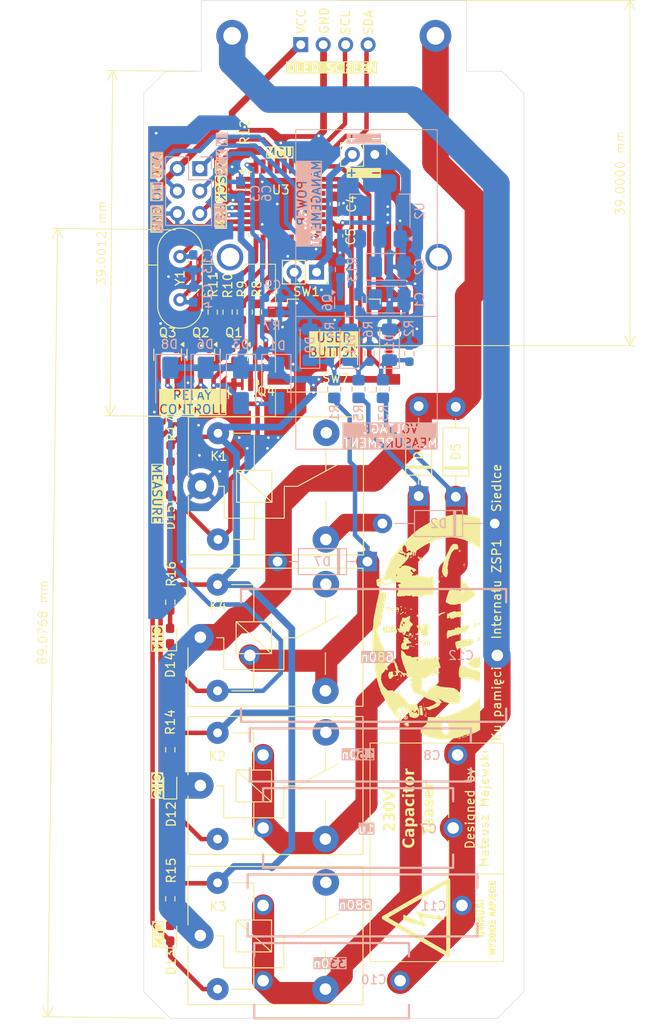
<source format=kicad_pcb>
(kicad_pcb (version 20240108) (generator "pcbnew") (generator_version "8.0")
  (layers (0 "F.Cu" signal) (31 "B.Cu" signal) (34 "B.Paste" user) (35 "F.Paste" user) (36 "B.SilkS" user "B.Silkscreen") (37 "F.SilkS" user "F.Silkscreen") (38 "B.Mask" user) (39 "F.Mask" user) (44 "Edge.Cuts" user))
  (net 0 "")
  (net 1 "Net-(Q6-S)")
  (net 2 "GND")
  (net 3 "VCC")
  (net 4 "Net-(U3-AREF)")
  (net 5 "Net-(D2-K)")
  (net 6 "/CH3_230")
  (net 7 "/CH2_230")
  (net 8 "/CH1_230")
  (net 9 "Net-(U3-XTAL1{slash}PB6)")
  (net 10 "Net-(U3-XTAL2{slash}PB7)")
  (net 11 "Net-(D1-A)")
  (net 12 "Net-(D2-A)")
  (net 13 "Net-(D12-K)")
  (net 14 "Net-(D4-A)")
  (net 15 "Net-(D13-K)")
  (net 16 "Net-(D14-K)")
  (net 17 "/CH1_MEASURE")
  (net 18 "/CH2_MEASURE")
  (net 19 "/CH3_MEASURE")
  (net 20 "Net-(D12-A)")
  (net 21 "Net-(D13-A)")
  (net 22 "Net-(D14-A)")
  (net 23 "Net-(D15-A)")
  (net 24 "/RESET")
  (net 25 "/SCK")
  (net 26 "/MISO")
  (net 27 "/MOSI")
  (net 28 "/SDA")
  (net 29 "/SCL")
  (net 30 "Net-(J4-Pin_2)")
  (net 35 "Net-(Q1-B)")
  (net 36 "Net-(Q2-B)")
  (net 37 "Net-(Q3-B)")
  (net 38 "Net-(Q4-B)")
  (net 39 "Net-(Q6-G)")
  (net 40 "Net-(Q6-D)")
  (net 41 "Net-(U3-PD2)")
  (net 42 "/MEASURE_EN")
  (net 43 "/CH3")
  (net 44 "/CH2")
  (net 45 "/CH1")
  (footprint "Package_TO_SOT_SMD:SOT-23" (layer "F.Cu") (at 123.7 83.5375 -90)
    (property "Reference" "Q3")
    (property "Value" "MMBTA44")
  )
  (footprint "Connector_PinHeader_2.54mm:PinHeader_1x02_P2.54mm_Vertical" (layer "F.Cu") (at 147.14 60.9 -90)
    (property "Reference" "J4" (hide yes))
    (property "Value" "battery")
  )
  (footprint "Capacitor_SMD:C_0603_1608Metric_Pad1.08x0.95mm_HandSolder" (layer "F.Cu") (at 142.6 66.5 -90)
    (property "Reference" "C4")
    (property "Value" "100n")
  )
  (footprint "Resistor_SMD:R_0603_1608Metric_Pad0.98x0.95mm_HandSolder" (layer "F.Cu") (at 130.48 78.7125 90)
    (property "Reference" "R10")
    (property "Value" "510R")
  )
  (footprint "Resistor_SMD:R_0603_1608Metric_Pad0.98x0.95mm_HandSolder" (layer "F.Cu") (at 131 58.4 -90)
    (property "Reference" "R12")
    (property "Value" "10k")
  )
  (footprint "Teaser:AC_plug" (layer "F.Cu") (at 154 47.5 180)
    (property "Reference" "J2" (hide yes))
    (property "Value" "AC_Plug")
  )
  (footprint "LOGO" (layer "F.Cu") (at 151.9 116 180)
    (property "Reference" "G***" (hide yes))
    (property "Value" "LOGO" (hide yes))
  )
  (footprint "Package_QFP:TQFP-32_7x7mm_P0.8mm" (layer "F.Cu") (at 136.5 66.5)
    (property "Reference" "U3")
    (property "Value" "ATmega328P-A")
  )
  (footprint "Relay_THT:Relay_SPDT_SANYOU_SRD_Series_Form_C" (layer "F.Cu") (at 127.45 98.35)
    (property "Reference" "K1")
    (property "Value" "~")
  )
  (footprint "Resistor_SMD:R_0603_1608Metric_Pad0.98x0.95mm_HandSolder" (layer "F.Cu") (at 133.8 78.7 90)
    (property "Reference" "R8")
    (property "Value" "510R")
  )
  (footprint "Relay_THT:Relay_SPDT_SANYOU_SRD_Series_Form_C" (layer "F.Cu") (at 127.4 132.2)
    (property "Reference" "K2")
    (property "Value" "~")
  )
  (footprint "Resistor_SMD:R_0603_1608Metric_Pad0.98x0.95mm_HandSolder" (layer "F.Cu") (at 124.03 94.6875 -90)
    (property "Reference" "R17")
    (property "Value" "1k")
  )
  (footprint "Capacitor_SMD:C_0603_1608Metric_Pad1.08x0.95mm_HandSolder" (layer "F.Cu") (at 143 70.1 90)
    (property "Reference" "C5")
    (property "Value" "100n")
  )
  (footprint "LED_SMD:LED_0603_1608Metric_Pad1.05x0.95mm_HandSolder" (layer "F.Cu") (at 123.98 115.3125 90)
    (property "Reference" "D14")
    (property "Value" "LED")
  )
  (footprint "Package_TO_SOT_SMD:SOT-23" (layer "F.Cu") (at 131.2 83.5375 -90)
    (property "Reference" "Q1")
    (property "Value" "MMBTA44")
  )
  (footprint "Relay_THT:Relay_SPDT_SANYOU_SRD_Series_Form_C" (layer "F.Cu") (at 127.4 115.45)
    (property "Reference" "K4")
    (property "Value" "~")
  )
  (footprint "MountingHole:MountingHole_3.2mm_M3_DIN965" (layer "F.Cu") (at 160 55)
    (property "Reference" "H2" (hide yes))
    (property "Value" "MountingHole")
  )
  (footprint "Package_TO_SOT_SMD:SOT-23" (layer "F.Cu") (at 132.15 87.8375 -90)
    (property "Reference" "Q4")
    (property "Value" "MMBTA44")
  )
  (footprint "Connector_PinSocket_2.54mm:PinSocket_1x02_P2.54mm_Vertical" (layer "F.Cu") (at 140.55 74.2 -90)
    (property "Reference" "SW1")
    (property "Value" "Włancznik")
  )
  (footprint "Relay_THT:Relay_SPDT_SANYOU_SRD_Series_Form_C" (layer "F.Cu") (at 127.4 149.15)
    (property "Reference" "K3")
    (property "Value" "~")
  )
  (footprint "LED_SMD:LED_0603_1608Metric_Pad1.05x0.95mm_HandSolder" (layer "F.Cu") (at 124 98.5 90)
    (property "Reference" "D15")
    (property "Value" "LED")
  )
  (footprint "Resistor_SMD:R_0603_1608Metric_Pad0.98x0.95mm_HandSolder" (layer "F.Cu") (at 128.8 78.7125 90)
    (property "Reference" "R11")
    (property "Value" "510R")
  )
  (footprint "Package_TO_SOT_SMD:SOT-23" (layer "F.Cu") (at 127.45 83.5375 -90)
    (property "Reference" "Q2")
    (property "Value" "MMBTA44")
  )
  (footprint "LED_SMD:LED_0603_1608Metric_Pad1.05x0.95mm_HandSolder" (layer "F.Cu") (at 124 132.0625 90)
    (property "Reference" "D12")
    (property "Value" "LED")
  )
  (footprint "Crystal:Crystal_HC49-U_Vertical" (layer "F.Cu") (at 125.1 77.32 90)
    (property "Reference" "Y1")
    (property "Value" "16kHz")
  )
  (footprint "Teaser:OLED_screen" (layer "F.Cu") (at 138.76 48.5)
    (property "Reference" "J3" (hide yes))
    (property "Value" "OLED")
  )
  (footprint "Diode_THT:D_DO-41_SOD81_P10.16mm_Horizontal" (layer "F.Cu") (at 152.1 99.5 90)
    (property "Reference" "D4")
    (property "Value" "1N4007")
  )
  (footprint "MountingHole:MountingHole_3.2mm_M3_DIN965" (layer "F.Cu") (at 160 154.5)
    (property "Reference" "H3" (hide yes))
    (property "Value" "MountingHole")
  )
  (footprint "LOGO" (layer "F.Cu") (at 154.7 147.2 90)
    (property "Reference" "G***" (hide yes))
    (property "Value" "LOGO" (hide yes))
  )
  (footprint "Resistor_SMD:R_0603_1608Metric_Pad0.98x0.95mm_HandSolder" (layer "F.Cu") (at 124 111.5 -90)
    (property "Reference" "R16")
    (property "Value" "1k")
  )
  (footprint "MountingHole:MountingHole_3.2mm_M3_DIN965" (layer "F.Cu") (at 125 55)
    (property "Reference" "H1" (hide yes))
    (property "Value" "MountingHole")
  )
  (footprint "Resistor_SMD:R_0603_1608Metric_Pad0.98x0.95mm_HandSolder" (layer "F.Cu") (at 124 145 -90)
    (property "Reference" "R15")
    (property "Value" "1k")
  )
  (footprint "Resistor_SMD:R_0603_1608Metric_Pad0.98x0.95mm_HandSolder" (layer "F.Cu") (at 132.1 78.7 90)
    (property "Reference" "R9")
    (property "Value" "510R")
  )
  (footprint "Button_Switch_SMD:SW_MEC_5GSH9" (layer "F.Cu") (at 142.5 82.5 90)
    (property "Reference" "SW7")
    (property "Value" "SW_Push")
  )
  (footprint "LED_SMD:LED_0603_1608Metric_Pad1.05x0.95mm_HandSolder" (layer "F.Cu") (at 123.99 148.8875 90)
    (property "Reference" "D13")
    (property "Value" "LED")
  )
  (footprint "Resistor_SMD:R_0603_1608Metric_Pad0.98x0.95mm_HandSolder" (layer "F.Cu") (at 124 128.15 -90)
    (property "Reference" "R14")
    (property "Value" "1k")
  )
  (footprint "Diode_THT:D_DO-41_SOD81_P10.16mm_Horizontal" (layer "F.Cu") (at 156.3 99.58 90)
    (property "Reference" "D5")
    (property "Value" "1N4007")
  )
  (footprint "Resistor_SMD:R_0805_2012Metric_Pad1.20x1.40mm_HandSolder" (layer "B.Cu") (at 148.05 87.4 90)
    (property "Reference" "R3")
    (property "Value" "1M")
  )
  (footprint "Resistor_SMD:R_0603_1608Metric_Pad0.98x0.95mm_HandSolder" (layer "B.Cu") (at 135.5125 78.8)
    (property "Reference" "R7")
    (property "Value" "10k")
  )
  (footprint "Package_TO_SOT_SMD:SOT-23" (layer "B.Cu") (at 144.15 77.6375 -90)
    (property "Reference" "Q6")
    (property "Value" "AO3401A")
  )
  (footprint "Capacitor_SMD:C_0603_1608Metric_Pad1.08x0.95mm_HandSolder" (layer "B.Cu") (at 126.6 76.7325 -90)
    (property "Reference" "C14")
    (property "Value" "30p")
  )
  (footprint "Diode_SMD:D_SMA" (layer "B.Cu") (at 132 87 -90)
    (property "Reference" "D3")
    (property "Value" "SMA")
  )
  (footprint "Connector_PinHeader_2.54mm:PinHeader_2x03_P2.54mm_Vertical" (layer "B.Cu") (at 127.34 62.5 180)
    (property "Reference" "J1" (hide yes))
    (property "Value" "Programator")
  )
  (footprint "Teaser:C_330n_szar" (layer "B.Cu") (at 150 154.25 180)
    (property "Reference" "C10")
    (property "Value" "330n")
  )
  (footprint "Diode_SMD:D_SMA" (layer "B.Cu") (at 124 87 -90)
    (property "Reference" "D8")
    (property "Value" "SMA")
  )
  (footprint "Diode_THT:D_DO-41_SOD81_P12.70mm_Horizontal" (layer "B.Cu") (at 160.7 102.6 180)
    (property "Reference" "D2")
    (property "Value" "1N4007")
  )
  (footprint "Teaser:C_680n_bia" (layer "B.Cu") (at 157 145.75 180)
    (property "Reference" "C11")
    (property "Value" "680n")
  )
  (footprint "Diode_SMD:D_SMA" (layer "B.Cu") (at 136 87 -90)
    (property "Reference" "D1")
    (property "Value" "SMA")
  )
  (footprint "Resistor_SMD:R_0805_2012Metric_Pad1.20x1.40mm_HandSolder" (layer "B.Cu") (at 145.3 87.4 90)
    (property "Reference" "R5")
    (property "Value" "1M")
  )
  (footprint "Capacitor_SMD:C_0603_1608Metric_Pad1.08x0.95mm_HandSolder" (layer "B.Cu") (at 132 64.8625 -90)
    (property "Reference" "C3")
    (property "Value" "100n")
  )
  (footprint "Teaser:C_1u_nieb" (layer "B.Cu") (at 156 137 180)
    (property "Reference" "C7")
    (property "Value" "1u")
  )
  (footprint "Capacitor_SMD:C_0603_1608Metric_Pad1.08x0.95mm_HandSolder" (layer "B.Cu") (at 126.6 73.1075 90)
    (property "Reference" "C13" (hide yes))
    (property "Value" "30p")
  )
  (footprint "Teaser:C_680n_nieb" (layer "B.Cu") (at 161 117.5 180)
    (property "Reference" "C12")
    (property "Value" "680n")
  )
  (footprint "Capacitor_SMD:C_0603_1608Metric_Pad1.08x0.95mm_HandSolder" (layer "B.Cu") (at 130.1 64.8625 -90)
    (property "Reference" "C6")
    (property "Value" "100n")
  )
  (footprint "Diode_SMD:D_SMA" (layer "B.Cu") (at 128 87 -90)
    (property "Reference" "D6")
    (property "Value" "SMA")
  )
  (footprint "Diode_SMD:D_MiniMELF" (layer "B.Cu") (at 139.8 82.4 90)
    (property "Reference" "D9")
    (property "Value" "1N4733A (5.1V)")
  )
  (footprint "Resistor_SMD:R_0603_1608Metric_Pad0.98x0.95mm_HandSolder" (layer "B.Cu") (at 142.05 83.4 90)
    (property "Reference" "R4")
    (property "Value" "10k")
  )
  (footprint "Capacitor_SMD:C_0603_1608Metric_Pad1.08x0.95mm_HandSolder" (layer "B.Cu") (at 135.5125 77.1 180)
    (property "Reference" "C9")
    (property "Value" "100n")
  )
  (footprint "Resistor_SMD:R_0805_2012Metric_Pad1.20x1.40mm_HandSolder" (layer "B.Cu") (at 142.55 87.4 90)
    (property "Reference" "R1")
    (property "Value" "1M")
  )
  (footprint "Capacitor_Tantalum_SMD:CP_EIA-3528-12_Kemet-T_Pad1.50x2.35mm_HandSolder" (layer "B.Cu") (at 148.825 77.3)
    (property "Reference" "C1")
    (property "Value" "10u")
  )
  (footprint "Diode_SMD:D_MiniMELF" (layer "B.Cu") (at 148.8 82.4 90)
    (property "Reference" "D10")
    (property "Value" "1N4733A (5.1V)")
  )
  (footprint "Teaser:C_150n_bia" (layer "B.Cu") (at 156.5 128.75 180)
    (property "Reference" "C8")
    (property "Value" "150n")
  )
  (footprint "Diode_SMD:D_MiniMELF" (layer "B.Cu") (at 144.3 82.4 90)
    (property "Reference" "D11")
    (property "Value" "1N4733A (5.1V)")
  )
  (footprint "Resistor_SMD:R_0603_1608Metric_Pad0.98x0.95mm_HandSolder" (layer "B.Cu") (at 151.05 83.4 90)
    (property "Reference" "R2")
    (property "Value" "10k")
  )
  (footprint "Package_TO_SOT_SMD:SOT-223-3_TabPin2" (layer "B.Cu") (at 147.71 67.2875 90)
    (property "Reference" "U2")
    (property "Value" "LM1117MP-5.0")
  )
  (footprint "Resistor_SMD:R_0603_1608Metric_Pad0.98x0.95mm_HandSolder" (layer "B.Cu") (at 143.2 73.8875 90)
    (property "Reference" "R13")
    (property "Value" "10k")
  )
  (footprint "Diode_THT:D_DO-41_SOD81_P10.16mm_Horizontal" (layer "B.Cu") (at 146.3 106.9 180)
    (property "Reference" "D7")
    (property "Value" "1N4007")
  )
  (footprint "Capacitor_Tantalum_SMD:CP_EIA-3528-12_Kemet-T_Pad1.50x2.35mm_HandSolder" (layer "B.Cu") (at 148.825 73.6)
    (property "Reference" "C2")
    (property "Value" "10u")
  )
  (footprint "Resistor_SMD:R_0603_1608Metric_Pad0.98x0.95mm_HandSolder" (layer "B.Cu") (at 146.55 83.4 90)
    (property "Reference" "R6")
    (property "Value" "10k")
  )
  (gr_rect (start 138.2 79.2) (end 154.2 94.2) (stroke (width 0.1)) (fill none) (layer "B.SilkS"))
  (gr_rect (start 138.2 58.1) (end 154.2 79.2) (stroke (width 0.1)) (fill none) (layer "B.SilkS"))
  (gr_line (start 161.7 142.2) (end 146.6 142.2) (stroke (width 0.1)) (layer "F.SilkS"))
  (gr_line (start 155.5 129.7) (end 155.5 135.8) (stroke (width 0.1)) (layer "F.SilkS"))
  (gr_line (start 121.3 90.5) (end 135.9 90.5) (stroke (width 0.1)) (layer "F.SilkS"))
  (gr_line (start 121.3 73.4) (end 122.6 73.4) (stroke (width 0.1)) (layer "F.SilkS"))
  (gr_line (start 132.2 73.3) (end 135.9 73.3) (stroke (width 0.1)) (layer "F.SilkS"))
  (gr_rect (start 146.6 127.4) (end 161.7 152.1) (stroke (width 0.1)) (fill none) (layer "F.SilkS"))
  (gr_line (start 135.9 79.5) (end 135.9 85.5) (stroke (width 0.1)) (layer "F.SilkS"))
  (gr_line (start 127.9 73.3) (end 127.7 73.3) (stroke (width 0.1)) (layer "F.SilkS"))
  (gr_line (start 122.3 73.4) (end 121.3 73.4) (stroke (width 0.1)) (layer "F.SilkS"))
  (gr_line (start 127.9 73.3) (end 129.2 73.3) (stroke (width 0.1)) (layer "F.SilkS"))
  (gr_line (start 135.9 87.1) (end 135.9 90.5) (stroke (width 0.1)) (layer "F.SilkS"))
  (gr_line (start 155.5 138.4) (end 155.5 142.2) (stroke (width 0.1)) (layer "F.SilkS"))
  (gr_line (start 135.9 73.3) (end 135.9 77.9) (stroke (width 0.1)) (layer "F.SilkS"))
  (gr_line (start 157.5 43.5) (end 157.5 51.5) (stroke (width 0.05)) (layer "Edge.Cuts"))
  (gr_line (start 127.5 43.5) (end 127.5 51.5) (stroke (width 0.05)) (layer "Edge.Cuts"))
  (gr_line (start 161.5 51.5) (end 164 54) (stroke (width 0.05)) (layer "Edge.Cuts"))
  (gr_line (start 127.5 51.5) (end 123.5 51.5) (stroke (width 0.05)) (layer "Edge.Cuts"))
  (gr_line (start 164 155.5) (end 164 54) (stroke (width 0.05)) (layer "Edge.Cuts"))
  (gr_line (start 124 158.5) (end 121 155.5) (stroke (width 0.05)) (layer "Edge.Cuts"))
  (gr_line (start 121 147.5) (end 121 54) (stroke (width 0.05)) (layer "Edge.Cuts"))
  (gr_line (start 123.5 51.5) (end 121 54) (stroke (width 0.05)) (layer "Edge.Cuts"))
  (gr_line (start 157.5 51.5) (end 161.5 51.5) (stroke (width 0.05)) (layer "Edge.Cuts"))
  (gr_line (start 161 158.5) (end 164 155.5) (stroke (width 0.05)) (layer "Edge.Cuts"))
  (gr_line (start 121 147.5) (end 121 155.5) (stroke (width 0.05)) (layer "Edge.Cuts"))
  (gr_line (start 124 158.5) (end 161 158.5) (stroke (width 0.05)) (layer "Edge.Cuts"))
  (gr_line (start 127.5 43.5) (end 157.5 43.5) (stroke (width 0.05)) (layer "Edge.Cuts"))
  (gr_text "RST" (at 129 69.3 -90) (layer "B.SilkS" knockout) (effects (font (size 1 1)) (justify left bottom mirror)))
  (gr_text "VOLTAGE\nMEASUREMENT" (at 148.9 94.1 0) (layer "B.SilkS" knockout) (effects (font (size 1 1)) (justify bottom mirror)))
  (gr_text "GND" (at 121.9 69.75 -90) (layer "B.SilkS" knockout) (effects (font (size 1 1)) (justify left bottom mirror)))
  (gr_text "+  -" (at 143.8 58.6 180) (layer "B.SilkS" knockout) (effects (font (size 1 1)) (justify left bottom mirror)))
  (gr_text "1u" (at 147.2 137.7 0) (layer "B.SilkS" knockout) (effects (font (size 1 1)) (justify left bottom mirror)))
  (gr_text "MI" (at 129.2 60.1 -90) (layer "B.SilkS" knockout) (effects (font (size 1 1)) (justify left bottom mirror)))
  (gr_text "680n" (at 146.9 146.3 0) (layer "B.SilkS" knockout) (effects (font (size 1 1)) (justify left bottom mirror)))
  (gr_text "330n" (at 144 152.9 0) (layer "B.SilkS" knockout) (effects (font (size 1 1)) (justify left bottom mirror)))
  (gr_text "C13" (at 128.8 71.4 90) (layer "B.SilkS") (effects (font (size 1 1)) (justify left bottom mirror)))
  (gr_text "POWER\nMANAGEMENT" (at 141.1 66.4 90) (layer "B.SilkS" knockout) (effects (font (size 1 1)) (justify bottom mirror)))
  (gr_text "680n" (at 149.4 118.3 0) (layer "B.SilkS" knockout) (effects (font (size 1 1)) (justify left bottom mirror)))
  (gr_text "150n" (at 147.2 129.3 0) (layer "B.SilkS" knockout) (effects (font (size 1 1)) (justify left bottom mirror)))
  (gr_text "VCC" (at 121.9 63.55 -90) (layer "B.SilkS" knockout) (effects (font (size 1 1)) (justify left bottom mirror)))
  (gr_text "MO" (at 121.9 66.3 -90) (layer "B.SilkS" knockout) (effects (font (size 1 1)) (justify left bottom mirror)))
  (gr_text "SCK" (at 129.2 63.4 -90) (layer "B.SilkS" knockout) (effects (font (size 1 1)) (justify left bottom mirror)))
  (gr_text "Ku pamięci    Internatu ZSP1    Siedlce" (at 161.5 127.3 90) (layer "F.SilkS") (effects (font (size 1 1)) (justify left bottom)))
  (gr_text "SCL" (at 144.4 47.5 90) (layer "F.SilkS") (effects (font (size 1 1)) (justify left bottom)))
  (gr_text "SDA" (at 147 47.5 90) (layer "F.SilkS") (effects (font (size 1 1)) (justify left bottom)))
  (gr_text "GND" (at 121.8 66.6 -90) (layer "F.SilkS" knockout) (effects (font (size 1 1)) (justify left bottom)))
  (gr_text "RELAY\nCONTROLL" (at 126.5 90.3 0) (layer "F.SilkS" knockout) (effects (font (size 1 1)) (justify bottom)))
  (gr_text "MO" (at 121.8 63.9 -90) (layer "F.SilkS" knockout) (effects (font (size 1 1)) (justify left bottom)))
  (gr_text "USER\nBUTTON" (at 142.5 83.8 0) (layer "F.SilkS" knockout) (effects (font (size 1 1)) (justify bottom)))
  (gr_text "+  -" (at 143.8 63.5 0) (layer "F.SilkS" knockout) (effects (font (size 1 1)) (justify left bottom)))
  (gr_text "OLED SCREEN" (at 137 51.7 0) (layer "F.SilkS" knockout) (effects (font (size 1 1)) (justify left bottom)))
  (gr_text "RST" (at 129.1 66.4 -90) (layer "F.SilkS" knockout) (effects (font (size 1 1)) (justify left bottom)))
  (gr_text "CH1" (at 121.9 114 -90) (layer "F.SilkS" knockout) (effects (font (size 1 1)) (justify left bottom)))
  (gr_text "230V \nCapacitor\nTeaser" (at 154 134.8 90) (layer "F.SilkS") (effects (font (size 1.3 1.2) (thickness 0.2) (bold yes)) (justify bottom)))
  (gr_text "MI" (at 129.1 61.4 -90) (layer "F.SilkS" knockout) (effects (font (size 1 1)) (justify left bottom)))
  (gr_text "MCU" (at 134.7 61.3 0) (layer "F.SilkS" knockout) (effects (font (size 1 1)) (justify left bottom)))
  (gr_text "CH3" (at 121.9 130.6 270) (layer "F.SilkS" knockout) (effects (font (size 1 1)) (justify left bottom)))
  (gr_text "SCK" (at 129.1 63.2 -90) (layer "F.SilkS" knockout) (effects (font (size 1 1)) (justify left bottom)))
  (gr_text "VCC" (at 121.8 60.7 -90) (layer "F.SilkS" knockout) (effects (font (size 1 1)) (justify left bottom)))
  (gr_text "Designed by\nMateusz Majewski" (at 160.1 134.8 90) (layer "F.SilkS") (effects (font (size 1 1)) (justify bottom)))
  (gr_text "VCC" (at 139.4 47.4 90) (layer "F.SilkS") (effects (font (size 1 1)) (justify left bottom)))
  (gr_text "GND" (at 142 47.4 90) (layer "F.SilkS") (effects (font (size 1 1)) (justify left bottom)))
  (gr_text "CH2" (at 122 147.4 270) (layer "F.SilkS" knockout) (effects (font (size 1 1)) (justify left bottom)))
  (gr_text "MEASURE" (at 121.9 95.7 270) (layer "F.SilkS" knockout) (effects (font (size 1 1)) (justify left bottom)))
  (dimension (type aligned) (layer "F.SilkS") (pts (xy 124 158.5) (xy 125.1 69.43)) (height -13.855803) (gr_text "89.0768 mm" (at 109.595338 113.780312 89.29244242) (layer "F.SilkS") (effects (font (size 1 1) (thickness 0.1)))) (format (prefix "") (suffix "") (units 3) (units_format 1) (precision 4)) (style (thickness 0.1) (arrow_length 1.27) (text_position_mode 0) (extension_height 0.58642) (extension_offset 0.5) keep_text_aligned))
  (dimension (type aligned) (layer "F.SilkS") (pts (xy 127.5 51.5) (xy 127.2 90.5)) (height 10.021761) (gr_text "39.0012 mm" (at 116.228568 70.914451 89.55927193) (layer "F.SilkS") (effects (font (size 1 1) (thickness 0.1)))) (format (prefix "") (suffix "") (units 3) (units_format 1) (precision 4)) (style (thickness 0.1) (arrow_length 1.27) (text_position_mode 0) (extension_height 0.58642) (extension_offset 0.5) keep_text_aligned))
  (dimension (type aligned) (layer "F.SilkS") (pts (xy 142.5 82.5) (xy 142.5 43.5)) (height 33.5) (gr_text "39.0000 mm" (at 174.9 63 90) (layer "F.SilkS") (effects (font (size 1 1) (thickness 0.1)))) (format (prefix "") (suffix "") (units 3) (units_format 1) (precision 4)) (style (thickness 0.1) (arrow_length 1.27) (text_position_mode 0) (extension_height 0.58642) (extension_offset 0.5) keep_text_aligned))
  (segment (start 145.41 76.59) (end 145.3 76.7) (width 0.762) (layer "B.Cu") (net 1))
  (segment (start 145.41 70.4375) (end 145.41 76.59) (width 0.762) (layer "B.Cu") (net 1))
  (segment (start 146.12 77.3) (end 147.45 77.3) (width 0.762) (layer "B.Cu") (net 1))
  (segment (start 145.41 76.59) (end 146.12 77.3) (width 0.762) (layer "B.Cu") (net 1))
  (segment (start 145.3 76.7) (end 145.9 77.3) (width 0.762) (layer "B.Cu") (net 1))
  (segment (start 145.9 77.3) (end 147.45 77.3) (width 0.762) (layer "B.Cu") (net 1))
  (segment (start 130.4 64.6) (end 130.4 64.633) (width 0.508) (layer "F.Cu") (net 2))
  (segment (start 142.1375 66.1) (end 140.75 66.1) (width 0.508) (layer "F.Cu") (net 2))
  (segment (start 130.4 64.633) (end 130.996 65.229) (width 0.508) (layer "F.Cu") (net 2))
  (segment (start 143.6 66.4) (end 143.3625 66.4) (width 0.508) (layer "F.Cu") (net 2))
  (segment (start 143.3625 66.4) (end 142.6 65.6375) (width 0.508) (layer "F.Cu") (net 2))
  (segment (start 141.34 58.26) (end 140.8 58.8) (width 0.762) (layer "F.Cu") (net 2))
  (segment (start 140.75 66.1) (end 138.8 66.1) (width 0.508) (layer "F.Cu") (net 2))
  (segment (start 132.25 65.3) (end 134.6 65.3) (width 0.508) (layer "F.Cu") (net 2))
  (segment (start 130.996 65.229) (end 132.179 65.229) (width 0.508) (layer "F.Cu") (net 2))
  (segment (start 126.6 82.5) (end 126.5 82.6) (width 0.508) (layer "F.Cu") (net 2))
  (segment (start 131.1 82.6) (end 130.25 82.6) (width 0.508) (layer "F.Cu") (net 2))
  (segment (start 132.25 66.9) (end 134.6 66.9) (width 0.508) (layer "F.Cu") (net 2))
  (segment (start 141.34 48.375) (end 141.34 58.26) (width 0.762) (layer "F.Cu") (net 2))
  (segment (start 134.6 66.9) (end 134.7 67) (width 0.508) (layer "F.Cu") (net 2))
  (segment (start 132.179 65.229) (end 132.25 65.3) (width 0.508) (layer "F.Cu") (net 2))
  (segment (start 127.5 82.5) (end 126.6 82.5) (width 0.508) (layer "F.Cu") (net 2))
  (segment (start 142.6 65.6375) (end 142.1375 66.1) (width 0.508) (layer "F.Cu") (net 2))
  (segment (start 131 66.9) (end 132.25 66.9) (width 0.508) (layer "F.Cu") (net 2))
  (via (at 131 62.3) (size 0.6) (drill 0.3) (layers "F.Cu" "B.Cu") (net 2))
  (via (at 129.6 95) (size 0.6) (drill 0.3) (layers "F.Cu" "B.Cu") (net 2))
  (via (at 127.6 78.5) (size 0.6) (drill 0.3) (layers "F.Cu" "B.Cu") (net 2))
  (via (at 143.6 66.4) (size 0.6) (drill 0.3) (layers "F.Cu" "B.Cu") (net 2))
  (via (at 137.3 72.4) (size 0.6) (drill 0.3) (layers "F.Cu" "B.Cu") (net 2))
  (via (at 125.3 106.9) (size 0.6) (drill 0.3) (layers "F.Cu" "B.Cu") (net 2))
  (via (at 131.1 82.6) (size 0.6) (drill 0.3) (layers "F.Cu" "B.Cu") (net 2))
  (via (at 137.9 84.6) (size 0.6) (drill 0.3) (layers "F.Cu" "B.Cu") (net 2))
  (via (at 136.1 66.5) (size 0.6) (drill 0.3) (layers "F.Cu" "B.Cu") (net 2))
  (via (at 142.6 79.6) (size 0.6) (drill 0.3) (layers "F.Cu" "B.Cu") (net 2))
  (via (at 143.2 72) (size 0.6) (drill 0.3) (layers "F.Cu" "B.Cu") (net 2))
  (via (at 129.6 96.7) (size 0.6) (drill 0.3) (layers "F.Cu" "B.Cu") (net 2))
  (via (at 124.2 108.7) (size 0.6) (drill 0.3) (layers "F.Cu" "B.Cu") (net 2))
  (via (at 122.4 58.5) (size 0.6) (drill 0.3) (layers "F.Cu" "B.Cu") (net 2))
  (via (at 151.9 80.6) (size 0.6) (drill 0.3) (layers "F.Cu" "B.Cu") (net 2))
  (via (at 135 94.1) (size 0.6) (drill 0.3) (layers "F.Cu" "B.Cu") (net 2))
  (via (at 150 68.4) (size 0.6) (drill 0.3) (layers "F.Cu" "B.Cu") (net 2))
  (via (at 138.3 77.7) (size 0.6) (drill 0.3) (layers "F.Cu" "B.Cu") (net 2))
  (via (at 140.5 71.6) (size 0.6) (drill 0.3) (layers "F.Cu" "B.Cu") (net 2))
  (via (at 136.7 80.4) (size 0.6) (drill 0.3) (layers "F.Cu" "B.Cu") (net 2))
  (via (at 135.1 92.9) (size 0.6) (drill 0.3) (layers "F.Cu" "B.Cu") (net 2))
  (via (at 122.2 90) (size 0.6) (drill 0.3) (layers "F.Cu" "B.Cu") (net 2))
  (via (at 127.2 91.5) (size 0.6) (drill 0.3) (layers "F.Cu" "B.Cu") (net 2))
  (via (at 131.8 92.9) (size 0.6) (drill 0.3) (layers "F.Cu" "B.Cu") (net 2))
  (via (at 129.2 74.4) (size 0.6) (drill 0.3) (layers "F.Cu" "B.Cu") (net 2))
  (via (at 132.7 94.1) (size 0.6) (drill 0.3) (layers "F.Cu" "B.Cu") (net 2))
  (via (at 141.1 76.2) (size 0.6) (drill 0.3) (layers "F.Cu" "B.Cu") (net 2))
  (via (at 148.8 77.3) (size 0.6) (drill 0.3) (layers "F.Cu" "B.Cu") (net 2))
  (via (at 127.3 94.9) (size 0.6) (drill 0.3) (layers "F.Cu" "B.Cu") (net 2))
  (via (at 125.8 83.8) (size 0.6) (drill 0.3) (layers "F.Cu" "B.Cu") (net 2))
  (via (at 134.4 68.8) (size 0.6) (drill 0.3) (layers "F.Cu" "B.Cu") (net 2))
  (via (at 127.5 82.5) (size 0.6) (drill 0.3) (layers "F.Cu" "B.Cu") (net 2))
  (via (at 136.2 92.9) (size 0.6) (drill 0.3) (layers "F.Cu" "B.Cu") (net 2))
  (via (at 134.4 64) (size 0.6) (drill 0.3) (layers "F.Cu" "B.Cu") (net 2))
  (via (at 132.4 57.8) (size 0.6) (drill 0.3) (layers "F.Cu" "B.Cu") (net 2))
  (via (at 122.9 80) (size 0.6) (drill 0.3) (layers "F.Cu" "B.Cu") (net 2))
  (via (at 126 86.7) (size 0.6) (drill 0.3) (layers "F.Cu" "B.Cu") (net 2))
  (via (at 140.8 58.8) (size 0.6) (drill 0.3) (layers "F.Cu" "B.Cu") (net 2))
  (via (at 123.8 74.7) (size 0.6) (drill 0.3) (layers "F.Cu" "B.Cu") (net 2))
  (via (at 136.5 59.6) (size 0.6) (drill 0.3) (layers "F.Cu" "B.Cu") (net 2))
  (via (at 151.7 75.5) (size 0.6) (drill 0.3) (layers "F.Cu" "B.Cu") (net 2))
  (via (at 131 66.9) (size 0.6) (drill 0.3) (layers "F.Cu" "B.Cu") (net 2))
  (segment (start 150.3 78) (end 150.7 78.4) (width 0.762) (layer "B.Cu") (net 2))
  (segment (start 148.8 80.65) (end 149.2125 80.65) (width 0.762) (layer "B.Cu") (net 2))
  (segment (start 130.354 66.946) (end 129.9 67.4) (width 0.508) (layer "B.Cu") (net 2))
  (segment (start 150.3 75.5) (end 150.3 78) (width 0.762) (layer "B.Cu") (net 2))
  (segment (start 139.8 80.65) (end 140.2125 80.65) (width 0.762) (layer "B.Cu") (net 2))
  (segment (start 150.01 70.4375) (end 150.3 70.7275) (width 0.762) (layer "B.Cu") (net 2))
  (segment (start 150.3 70.7275) (end 150.3 75.5) (width 0.762) (layer "B.Cu") (net 2))
  (segment (start 130.954 66.946) (end 130.354 66.946) (width 0.508) (layer "B.Cu") (net 2))
  (segment (start 144.3 80.65) (end 144.7125 80.65) (width 0.762) (layer "B.Cu") (net 2))
  (segment (start 148.8 80.3) (end 148.8 80.65) (width 0.762) (layer "B.Cu") (net 2))
  (segment (start 131 66.9) (end 130.954 66.946) (width 0.508) (layer "B.Cu") (net 2))
  (segment (start 131 56.175) (end 138.8 48.375) (width 0.762) (layer "F.Cu") (net 3))
  (segment (start 123 64.24) (end 124.74 62.5) (width 0.762) (layer "F.Cu") (net 3))
  (segment (start 130.587682 66.046) (end 129.8 66.833682) (width 0.508) (layer "F.Cu") (net 3))
  (segment (start 131.266318 66.1) (end 132.25 66.1) (width 0.508) (layer "F.Cu") (net 3))
  (segment (start 148.6 66.8) (end 148.6 68.6) (width 0.762) (layer "F.Cu") (net 3))
  (segment (start 148.6 74.2) (end 150.6 76.2) (width 0.762) (layer "F.Cu") (net 3))
  (segment (start 130.666318 67.7) (end 132.25 67.7) (width 0.508) (layer "F.Cu") (net 3))
  (segment (start 150.6 79.7) (end 148.75 81.55) (width 0.762) (layer "F.Cu") (net 3))
  (segment (start 124.0125 127.2375) (end 125 126.25) (width 0.508) (layer "F.Cu") (net 3))
  (segment (start 131.212318 66.046) (end 131.266318 66.1) (width 0.508) (layer "F.Cu") (net 3))
  (segment (start 131 57.4875) (end 131 56.175) (width 0.762) (layer "F.Cu") (net 3))
  (segment (start 130.133159 67.733159) (end 129.8 67.4) (width 0.508) (layer "F.Cu") (net 3))
  (segment (start 124.03 93.775) (end 125.005 92.8) (width 0.508) (layer "F.Cu") (net 3))
  (segment (start 140.8 86.358096) (end 140.2 86.958096) (width 0.762) (layer "F.Cu") (net 3))
  (segment (start 125 126.25) (end 129.35 126.25) (width 0.508) (layer "F.Cu") (net 3))
  (segment (start 124 110.5875) (end 125.0875 109.5) (width 0.508) (layer "F.Cu") (net 3))
  (segment (start 142.2625 68.5) (end 143 69.2375) (width 0.508) (layer "F.Cu") (net 3))
  (segment (start 148.75 81.55) (end 148.75 86.31) (width 0.762) (layer "F.Cu") (net 3))
  (segment (start 129.06 68.14) (end 128.06 69.14) (width 0.762) (layer "F.Cu") (net 3))
  (segment (start 123 67.94) (end 123 64.24) (width 0.762) (layer "F.Cu") (net 3))
  (segment (start 130.633159 67.733159) (end 130.133159 67.733159) (width 0.508) (layer "F.Cu") (net 3))
  (segment (start 140.2 86.958096) (end 140.2 87.8) (width 0.762) (layer "F.Cu") (net 3))
  (segment (start 129.3 143.25) (end 129.35 143.2) (width 0.508) (layer "F.Cu") (net 3))
  (segment (start 143 69.2375) (end 143.5 68.7375) (width 0.508) (layer "F.Cu") (net 3))
  (segment (start 140.8 86.31) (end 148.75 86.31) (width 0.762) (layer "F.Cu") (net 3))
  (segment (start 124 144.0875) (end 124.8375 143.25) (width 0.508) (layer "F.Cu") (net 3))
  (segment (start 130.633159 67.733159) (end 130.666318 67.7) (width 0.508) (layer "F.Cu") (net 3))
  (segment (start 131.096 66.046) (end 131.212318 66.046) (width 0.508) (layer "F.Cu") (net 3))
  (segment (start 125.0875 109.5) (end 129.35 109.5) (width 0.508) (layer "F.Cu") (net 3))
  (segment (start 124.74 62.5) (end 124.8 62.5) (width 0.762) (layer "F.Cu") (net 3))
  (segment (start 140.75 68.5) (end 142.2625 68.5) (width 0.508) (layer "F.Cu") (net 3))
  (segment (start 129.3 92.8) (end 129.4 92.7) (width 0.508) (layer "F.Cu") (net 3))
  (segment (start 124.8 62.5) (end 129.8125 57.4875) (width 0.762) (layer "F.Cu") (net 3))
  (segment (start 129.8 67.4) (end 129.06 68.14) (width 0.762) (layer "F.Cu") (net 3))
  (segment (start 129.8 66.833682) (end 129.8 67.4) (width 0.508) (layer "F.Cu") (net 3))
  (segment (start 124 127.2375) (end 124.0125 127.2375) (width 0.508) (layer "F.Cu") (net 3))
  (segment (start 148.6 68.6) (end 148.6 74.2) (width 0.762) (layer "F.Cu") (net 3))
  (segment (start 131.096 66.046) (end 130.587682 66.046) (width 0.508) (layer "F.Cu") (net 3))
  (segment (start 128.06 69.14) (end 124.2 69.14) (width 0.762) (layer "F.Cu") (net 3))
  (segment (start 124.8375 143.25) (end 129.3 143.25) (width 0.508) (layer "F.Cu") (net 3))
  (segment (start 140.8 86.31) (end 140.8 86.358096) (width 0.762) (layer "F.Cu") (net 3))
  (segment (start 124.2 69.14) (end 123 67.94) (width 0.762) (layer "F.Cu") (net 3))
  (segment (start 150.6 76.2) (end 150.6 79.7) (width 0.762) (layer "F.Cu") (net 3))
  (segment (start 143.5 68.7375) (end 143.5 68.6) (width 0.508) (layer "F.Cu") (net 3))
  (segment (start 125.005 92.8) (end 129.3 92.8) (width 0.508) (layer "F.Cu") (net 3))
  (segment (start 129.8125 57.4875) (end 131 57.4875) (width 0.762) (layer "F.Cu") (net 3))
  (via (at 148.6 67.7) (size 0.6) (drill 0.3) (layers "F.Cu" "B.Cu") (net 3))
  (via (at 148.6 66.8) (size 0.6) (drill 0.3) (layers "F.Cu" "B.Cu") (net 3))
  (via (at 131.096 66.046) (size 0.6) (drill 0.3) (layers "F.Cu" "B.Cu") (net 3))
  (via (at 140.2 87.8) (size 0.6) (drill 0.3) (layers "F.Cu" "B.Cu") (net 3))
  (via (at 130.633159 67.733159) (size 0.6) (drill 0.3) (layers "F.Cu" "B.Cu") (net 3))
  (via (at 148.6 68.6) (size 0.6) (drill 0.3) (layers "F.Cu" "B.Cu") (net 3))
  (via (at 143.5 68.6) (size 0.6) (drill 0.3) (layers "F.Cu" "B.Cu") (net 3))
  (via (at 140.8 86.31) (size 0.6) (drill 0.3) (layers "F.Cu" "B.Cu") (net 3))
  (via (at 140.2 86.958096) (size 0.6) (drill 0.3) (layers "F.Cu" "B.Cu") (net 3))
  (segment (start 137.75 126.25) (end 137.75 114.5) (width 0.762) (layer "B.Cu") (net 3))
  (segment (start 131.5 94.7) (end 131.5 107.3) (width 0.762) (layer "B.Cu") (net 3))
  (segment (start 137.75 139.25) (end 137.75 126.25) (width 0.762) (layer "B.Cu") (net 3))
  (segment (start 132 67.6) (end 132 66.1625) (width 0.508) (layer "B.Cu") (net 3))
  (segment (start 131.5 107.3) (end 129.3 109.5) (width 0.762) (layer "B.Cu") (net 3))
  (segment (start 129.5 92.7) (end 129.4 92.7) (width 0.762) (layer "B.Cu") (net 3))
  (segment (start 135.5 141.35) (end 131.5 141.35) (width 0.762) (layer "B.Cu") (net 3))
  (segment (start 130.1 91.7) (end 129.4 92.4) (width 0.762) (layer "B.Cu") (net 3))
  (segment (start 131.2 141.35) (end 129.35 143.2) (width 0.762) (layer "B.Cu") (net 3))
  (segment (start 130.2 65.9625) (end 130.1 65.8625) (width 0.508) (layer "B.Cu") (net 3))
  (segment (start 132.75 109.5) (end 129.35 109.5) (width 0.762) (layer "B.Cu") (net 3))
  (segment (start 140.2 86.958096) (end 140.2 86.81) (width 0.762) (layer "B.Cu") (net 3))
  (segment (start 140.2 87.9) (end 136.4 91.7) (width 0.762) (layer "B.Cu") (net 3))
  (segment (start 143.5 68.6) (end 147.6 68.6) (width 0.508) (layer "B.Cu") (net 3))
  (segment (start 129.35 126.25) (end 131.6 124) (width 0.762) (layer "B.Cu") (net 3))
  (segment (start 133.2 71.7) (end 132 70.5) (width 0.762) (layer "B.Cu") (net 3))
  (segment (start 132 83.4) (end 133.2 82.2) (width 0.762) (layer "B.Cu") (net 3))
  (segment (start 140.8 86.31) (end 139.7 86.31) (width 0.762) (layer "B.Cu") (net 3))
  (segment (start 137.75 124) (end 137.75 126.25) (width 0.762) (layer "B.Cu") (net 3))
  (segment (start 135.5 141.5) (end 137.75 139.25) (width 0.762) (layer "B.Cu") (net 3))
  (segment (start 130.9 94.1) (end 129.5 92.7) (width 0.762) (layer "B.Cu") (net 3))
  (segment (start 139.7 86.31) (end 137.31 86.31) (width 0.762) (layer "B.Cu") (net 3))
  (segment (start 124 85) (end 136 85) (width 0.762) (layer "B.Cu") (net 3))
  (segment (start 130.1 65.725) (end 132 65.725) (width 0.762) (layer "B.Cu") (net 3))
  (segment (start 147.2 73.6) (end 147.5 73.3) (width 0.762) (layer "B.Cu") (net 3))
  (segment (start 129.3 109.5) (end 132.75 109.5) (width 0.762) (layer "B.Cu") (net 3))
  (segment (start 133.2 85) (end 136 85) (width 0.762) (layer "B.Cu") (net 3))
  (segment (start 133.2 82.2) (end 133.2 71.7) (width 0.762) (layer "B.Cu") (net 3))
  (segment (start 147.6 68.6) (end 147.71 68.71) (width 0.508) (layer "B.Cu") (net 3))
  (segment (start 147.71 68.71) (end 147.71 70.4375) (width 0.508) (layer "B.Cu") (net 3))
  (segment (start 137.75 114.5) (end 132.75 109.5) (width 0.762) (layer "B.Cu") (net 3))
  (segment (start 137.31 86.31) (end 136 85) (width 0.762) (layer "B.Cu") (net 3))
  (segment (start 130.9 94.1) (end 131.5 94.7) (width 0.762) (layer "B.Cu") (net 3))
  (segment (start 131.866841 67.733159) (end 132 67.6) (width 0.508) (layer "B.Cu") (net 3))
  (segment (start 136.4 91.7) (end 130.1 91.7) (width 0.762) (layer "B.Cu") (net 3))
  (segment (start 132 85) (end 136 85) (width 0.762) (layer "B.Cu") (net 3))
  (segment (start 131.5 141.35) (end 131.2 141.35) (width 0.762) (layer "B.Cu") (net 3))
  (segment (start 147.5 73.3) (end 147.5 70.6475) (width 0.762) (layer "B.Cu") (net 3))
  (segment (start 132 85) (end 132 83.4) (width 0.762) (layer "B.Cu") (net 3))
  (segment (start 147.5 70.6475) (end 147.71 70.4375) (width 0.762) (layer "B.Cu") (net 3))
  (segment (start 147.7 64.1475) (end 147.71 64.1375) (width 0.762) (layer "B.Cu") (net 3))
  (segment (start 132 70.5) (end 132 65.9625) (width 0.762) (layer "B.Cu") (net 3))
  (segment (start 140.2 86.81) (end 139.7 86.31) (width 0.762) (layer "B.Cu") (net 3))
  (segment (start 140.2 87.8) (end 140.2 87.9) (width 0.762) (layer "B.Cu") (net 3))
  (segment (start 130.633159 67.733159) (end 131.866841 67.733159) (width 0.508) (layer "B.Cu") (net 3))
  (segment (start 131.6 124) (end 137.75 124) (width 0.762) (layer "B.Cu") (net 3))
  (segment (start 142.6 67.3625) (end 142.1375 66.9) (width 0.508) (layer "F.Cu") (net 4))
  (segment (start 142.1375 66.9) (end 140.75 66.9) (width 0.508) (layer "F.Cu") (net 4))
  (segment (start 161 124) (end 156.5 128.5) (width 3) (layer "F.Cu") (net 5))
  (segment (start 157 138) (end 156 137) (width 3) (layer "F.Cu") (net 5))
  (segment (start 157 136) (end 157 128.5) (width 3) (layer "F.Cu") (net 5))
  (segment (start 157 145.5) (end 157 138) (width 3) (layer "F.Cu") (net 5))
  (segment (start 157 128.5) (end 157 145.5) (width 3) (layer "F.Cu") (net 5))
  (segment (start 156.75 128.75) (end 157 128.5) (width 3) (layer "F.Cu") (net 5))
  (segment (start 150 154.25) (end 157 147.25) (width 3) (layer "F.Cu") (net 5))
  (segment (start 156.5 128.5) (end 156.5 128.75) (width 3) (layer "F.Cu") (net 5))
  (segment (start 156.5 128.75) (end 156.75 128.75) (width 3) (layer "F.Cu") (net 5))
  (segment (start 161 117.5) (end 161 124) (width 3) (layer "F.Cu") (net 5))
  (segment (start 157 147.25) (end 157 145.5) (width 3) (layer "F.Cu") (net 5))
  (segment (start 156 137) (end 157 136) (width 3) (layer "F.Cu") (net 5))
  (segment (start 161 117.5) (end 160.9 117.4) (width 3) (layer "B.Cu") (net 5))
  (segment (start 135.2 54.7) (end 131 50.5) (width 3) (layer "B.Cu") (net 5))
  (segment (start 160.9 117.4) (end 160.9 64.2) (width 3) (layer "B.Cu") (net 5))
  (segment (start 160.9 116.6) (end 160.9 117.4) (width 2) (layer "B.Cu") (net 5))
  (segment (start 151.4 54.7) (end 135.2 54.7) (width 3) (layer "B.Cu") (net 5))
  (segment (start 160.9 64.2) (end 151.4 54.7) (width 3) (layer "B.Cu") (net 5))
  (segment (start 131 50.5) (end 131 47.5) (width 3) (layer "B.Cu") (net 5))
  (segment (start 136.7 138.7) (end 134.5 136.5) (width 2.5) (layer "F.Cu") (net 6))
  (segment (start 152.1 99.5) (end 152.1 105.1) (width 2.5) (layer "F.Cu") (net 6))
  (segment (start 150.8 106.4) (end 150.8 118.3) (width 2.5) (layer "F.Cu") (net 6))
  (segment (start 134.5 136.5) (end 134.5 128.75) (width 2.5) (layer "F.Cu") (net 6))
  (segment (start 150.8 118.3) (end 146.2 122.9) (width 2.5) (layer "F.Cu") (net 6))
  (segment (start 146.2 134.3) (end 141.8 138.7) (width 2.5) (layer "F.Cu") (net 6))
  (segment (start 146.2 122.9) (end 146.2 134.3) (width 2.5) (layer "F.Cu") (net 6))
  (segment (start 152.1 105.1) (end 150.8 106.4) (width 2.5) (layer "F.Cu") (net 6))
  (segment (start 141.8 138.7) (end 136.7 138.7) (width 2.5) (layer "F.Cu") (net 6))
  (segment (start 152.1 97.9) (end 152.1 99.5) (width 0.508) (layer "B.Cu") (net 6))
  (segment (start 145.25 88.05) (end 146.4 89.2) (width 0.508) (layer "B.Cu") (net 6))
  (segment (start 145.35 88.6) (end 145.3 88.65) (width 0.508) (layer "B.Cu") (net 6))
  (segment (start 146.4 92.2) (end 152.1 97.9) (width 0.508) (layer "B.Cu") (net 6))
  (segment (start 146.4 89.2) (end 146.4 92.2) (width 0.508) (layer "B.Cu") (net 6))
  (segment (start 143.4 153.7) (end 143.4 152.5) (width 2.5) (layer "F.Cu") (net 7))
  (segment (start 143.4 152.5) (end 151.2 144.7) (width 2.5) (layer "F.Cu") (net 7))
  (segment (start 134.5 154.25) (end 135.9 155.65) (width 2.5) (layer "F.Cu") (net 7))
  (segment (start 151.2 144.7) (end 151.2 125.5) (width 2.5) (layer "F.Cu") (net 7))
  (segment (start 155.6 108) (end 156.4 107.2) (width 2.5) (layer "F.Cu") (net 7))
  (segment (start 156.4 99.68) (end 156.3 99.58) (width 2.5) (layer "F.Cu") (net 7))
  (segment (start 155.6 121.1) (end 155.6 108) (width 2.5) (layer "F.Cu") (net 7))
  (segment (start 135.9 155.65) (end 141.45 155.65) (width 2.5) (layer "F.Cu") (net 7))
  (segment (start 134.5 145.75) (end 134.5 154.25) (width 2.5) (layer "F.Cu") (net 7))
  (segment (start 151.2 125.5) (end 155.6 121.1) (width 2.5) (layer "F.Cu") (net 7))
  (segment (start 141.45 155.65) (end 143.4 153.7) (width 2.5) (layer "F.Cu") (net 7))
  (segment (start 156.4 107.2) (end 156.4 99.68) (width 2.5) (layer "F.Cu") (net 7))
  (segment (start 148.4 88.75) (end 148.4 91.5) (width 0.508) (layer "B.Cu") (net 7))
  (segment (start 156.3 99.4) (end 156.3 99.58) (width 0.508) (layer "B.Cu") (net 7))
  (segment (start 148.4 91.5) (end 156.3 99.4) (width 0.508) (layer "B.Cu") (net 7))
  (segment (start 148.05 88.4) (end 148.4 88.75) (width 0.508) (layer "B.Cu") (net 7))
  (segment (start 141.65 118.05) (end 143.2 116.5) (width 2.5) (layer "F.Cu") (net 8))
  (segment (start 146.4 113.3) (end 143.2 116.5) (width 2.5) (layer "F.Cu") (net 8))
  (segment (start 133.6 118.1) (end 133 117.5) (width 2.5) (layer "F.Cu") (net 8))
  (segment (start 141.65 121.4) (end 141.65 118.05) (width 2.5) (layer "F.Cu") (net 8))
  (segment (start 143.2 116.5) (end 141.6 118.1) (width 2.5) (layer "F.Cu") (net 8))
  (segment (start 141.55 121.5) (end 141.65 121.4) (width 2.5) (layer "F.Cu") (net 8))
  (segment (start 141.6 118.1) (end 133.6 118.1) (width 2.5) (layer "F.Cu") (net 8))
  (segment (start 146.3 106.9) (end 146.4 107) (width 2.5) (layer "F.Cu") (net 8))
  (segment (start 146.4 107) (end 146.4 113.3) (width 2.5) (layer "F.Cu") (net 8))
  (segment (start 144.3 95.6) (end 144.9 96.2) (width 0.508) (layer "B.Cu") (net 8))
  (segment (start 144.9 103.9) (end 146.3 105.3) (width 0.508) (layer "B.Cu") (net 8))
  (segment (start 142.55 88.75) (end 144.3 90.5) (width 0.508) (layer "B.Cu") (net 8))
  (segment (start 142.55 88.4) (end 142.55 88.75) (width 0.508) (layer "B.Cu") (net 8))
  (segment (start 146.3 105.3) (end 146.3 106.9) (width 0.508) (layer "B.Cu") (net 8))
  (segment (start 144.9 96.2) (end 144.9 103.9) (width 0.508) (layer "B.Cu") (net 8))
  (segment (start 144.3 90.5) (end 144.3 95.6) (width 0.508) (layer "B.Cu") (net 8))
  (segment (start 132.25 68.5) (end 130.3 68.5) (width 0.508) (layer "F.Cu") (net 9))
  (segment (start 128.6 70.2) (end 127.34 70.2) (width 0.508) (layer "F.Cu") (net 9))
  (segment (start 130.3 68.5) (end 128.6 70.2) (width 0.508) (layer "F.Cu") (net 9))
  (segment (start 127.34 70.2) (end 125.1 72.44) (width 0.508) (layer "F.Cu") (net 9))
  (segment (start 124.61 72.43) (end 124.6 72.44) (width 0.508) (layer "F.Cu") (net 9))
  (segment (start 124.6 72.44) (end 126.405 72.44) (width 0.508) (layer "B.Cu") (net 9))
  (segment (start 126.405 72.44) (end 126.6 72.245) (width 0.508) (layer "B.Cu") (net 9))
  (segment (start 132.25 69.3) (end 130.7 69.3) (width 0.508) (layer "F.Cu") (net 10))
  (segment (start 127.21 72.79) (end 127.21 75.21) (width 0.508) (layer "F.Cu") (net 10))
  (segment (start 127.21 75.21) (end 125.1 77.32) (width 0.508) (layer "F.Cu") (net 10))
  (segment (start 130.7 69.3) (end 127.21 72.79) (width 0.508) (layer "F.Cu") (net 10))
  (segment (start 126.6 77.595) (end 124.875 77.595) (width 0.508) (layer "B.Cu") (net 10))
  (segment (start 133.875 94.525) (end 130.8 97.6) (width 0.508) (layer "F.Cu") (net 11))
  (segment (start 124.075 99.375) (end 124 99.375) (width 0.508) (layer "F.Cu") (net 11))
  (segment (start 133.875 89.075) (end 133.875 94.525) (width 0.508) (layer "F.Cu") (net 11))
  (segment (start 130.8 97.6) (end 130.8 103.3) (width 0.508) (layer "F.Cu") (net 11))
  (segment (start 130.8 103.3) (end 129.4 104.7) (width 0.508) (layer "F.Cu") (net 11))
  (segment (start 133.875 89.075) (end 132.15 89.075) (width 0.508) (layer "F.Cu") (net 11))
  (segment (start 129.4 104.7) (end 124.075 99.375) (width 0.508) (layer "F.Cu") (net 11))
  (via (at 133.875 89.075) (size 0.6) (drill 0.3) (layers "F.Cu" "B.Cu") (net 11))
  (segment (start 135.925 89.075) (end 136 89) (width 0.508) (layer "B.Cu") (net 11))
  (segment (start 133.875 89.075) (end 135.925 89.075) (width 0.508) (layer "B.Cu") (net 11))
  (segment (start 143.8 102.5) (end 141.6 104.7) (width 2) (layer "F.Cu") (net 12))
  (segment (start 148.05 102.5) (end 143.8 102.5) (width 2) (layer "F.Cu") (net 12))
  (segment (start 122.9 131.8375) (end 124 132.9375) (width 0.508) (layer "F.Cu") (net 13))
  (segment (start 128.9 87.7) (end 125.2 91.4) (width 0.508) (layer "F.Cu") (net 13))
  (segment (start 127.5 138.25) (end 129.35 138.25) (width 0.508) (layer "F.Cu") (net 13))
  (segment (start 124.4 91.4) (end 122.9 92.9) (width 0.508) (layer "F.Cu") (net 13))
  (segment (start 124 132.9375) (end 124 134.75) (width 0.508) (layer "F.Cu") (net 13))
  (segment (start 128.9 87) (end 128.9 87.7) (width 0.508) (layer "F.Cu") (net 13))
  (segment (start 122.9 92.9) (end 122.9 131.8375) (width 0.508) (layer "F.Cu") (net 13))
  (segment (start 128.9 87) (end 128.9 86.2) (width 0.508) (layer "F.Cu") (net 13))
  (segment (start 125.2 91.4) (end 124.4 91.4) (width 0.508) (layer "F.Cu") (net 13))
  (segment (start 124 134.75) (end 127.5 138.25) (width 0.508) (layer "F.Cu") (net 13))
  (segment (start 130.375 84.725) (end 131.2 84.725) (width 0.508) (layer "F.Cu") (net 13))
  (segment (start 128.9 86.2) (end 130.375 84.725) (width 0.508) (layer "F.Cu") (net 13))
  (via (at 128.9 87) (size 0.6) (drill 0.3) (layers "F.Cu" "B.Cu") (net 13))
  (segment (start 132 88.7) (end 132 89) (width 0.508) (layer "B.Cu") (net 13))
  (segment (start 128.9 87) (end 130.3 87) (width 0.508) (layer "B.Cu") (net 13))
  (segment (start 130.3 87) (end 132 88.7) (width 0.508) (layer "B.Cu") (net 13))
  (segment (start 147 97.5) (end 152.1 92.4) (width 3) (layer "F.Cu") (net 14))
  (segment (start 136.25 100.35) (end 139.1 97.5) (width 3) (layer "F.Cu") (net 14))
  (segment (start 139.1 97.5) (end 147 97.5) (width 3) (layer "F.Cu") (net 14))
  (segment (start 157.7 88.02) (end 157.7 76.9) (width 3) (layer "F.Cu") (net 14))
  (segment (start 158.8 75.8) (end 158.8 66.6) (width 3) (layer "F.Cu") (net 14))
  (segment (start 156.3 89.42) (end 157.7 88.02) (width 3) (layer "F.Cu") (net 14))
  (segment (start 131.5 113.5) (end 132.5 113.5) (width 3) (layer "F.Cu") (net 14))
  (segment (start 152.1 89.34) (end 156.22 89.34) (width 3) (layer "F.Cu") (net 14))
  (segment (start 158.8 66.6) (end 154 61.8) (width 3) (layer "F.Cu") (net 14))
  (segment (start 127.4 115.45) (end 129.55 115.45) (width 3) (layer "F.Cu") (net 14))
  (segment (start 132.5 113.5) (end 136.25 109.75) (width 3) (layer "F.Cu") (net 14))
  (segment (start 136.25 109.75) (end 136.25 100.35) (width 3) (layer "F.Cu") (net 14))
  (segment (start 157.7 76.9) (end 158.8 75.8) (width 3) (layer "F.Cu") (net 14))
  (segment (start 129.55 115.45) (end 131.5 113.5) (width 3) (layer "F.Cu") (net 14))
  (segment (start 154 61.8) (end 154 47.5) (width 3) (layer "F.Cu") (net 14))
  (segment (start 152.1 92.4) (end 152.1 89.34) (width 3) (layer "F.Cu") (net 14))
  (segment (start 124.2 145.95) (end 124.2 132.25) (width 3) (layer "B.Cu") (net 14))
  (segment (start 127.4 132.2) (end 124.25 132.2) (width 3) (layer "B.Cu") (net 14))
  (segment (start 124.2 132.25) (end 124.2 118.65) (width 3) (layer "B.Cu") (net 14))
  (segment (start 124.25 132.2) (end 124.2 132.25) (width 3) (layer "B.Cu") (net 14))
  (segment (start 124.2 118.65) (end 127.4 115.45) (width 3) (layer "B.Cu") (net 14))
  (segment (start 127.4 149.15) (end 124.2 145.95) (width 3) (layer "B.Cu") (net 14))
  (segment (start 123.99 151.49) (end 127.7 155.2) (width 0.508) (layer "F.Cu") (net 15))
  (segment (start 122 92.4) (end 122 147.7725) (width 0.508) (layer "F.Cu") (net 15))
  (segment (start 127.45 86.95) (end 122 92.4) (width 0.508) (layer "F.Cu") (net 15))
  (segment (start 127.7 155.2) (end 129.35 155.2) (width 0.508) (layer "F.Cu") (net 15))
  (segment (start 122 147.7725) (end 123.99 149.7625) (width 0.508) (layer "F.Cu") (net 15))
  (segment (start 123.99 149.7625) (end 123.99 151.49) (width 0.508) (layer "F.Cu") (net 15))
  (segment (start 127.45 86.95) (end 127.45 84.725) (width 0.508) (layer "F.Cu") (net 15))
  (via (at 127.45 86.95) (size 0.6) (drill 0.3) (layers "F.Cu" "B.Cu") (net 15))
  (segment (start 127.55 86.95) (end 128 87.4) (width 0.508) (layer "B.Cu") (net 15))
  (segment (start 127.45 86.95) (end 127.55 86.95) (width 0.508) (layer "B.Cu") (net 15))
  (segment (start 128 87.4) (end 128 89) (width 0.508) (layer "B.Cu") (net 15))
  (segment (start 129.35 121.5) (end 129.2925 121.5) (width 0.762) (layer "F.Cu") (net 16))
  (segment (start 127 121.5) (end 123.98 118.48) (width 0.508) (layer "F.Cu") (net 16))
  (segment (start 129.35 121.5) (end 127 121.5) (width 0.508) (layer "F.Cu") (net 16))
  (segment (start 123.7 87) (end 123.7 84.725) (width 0.508) (layer "F.Cu") (net 16))
  (segment (start 123.98 118.48) (end 123.98 116.1875) (width 0.508) (layer "F.Cu") (net 16))
  (via (at 123.7 87) (size 0.6) (drill 0.3) (layers "F.Cu" "B.Cu") (net 16))
  (segment (start 123.7 87) (end 124 87.3) (width 0.508) (layer "B.Cu") (net 16))
  (segment (start 132.45 111.75) (end 136.5 115.8) (width 0.508) (layer "B.Cu") (net 16))
  (segment (start 136.5 119.5) (end 134.5 121.5) (width 0.508) (layer "B.Cu") (net 16))
  (segment (start 128.5 111.75) (end 132.45 111.75) (width 0.508) (layer "B.Cu") (net 16))
  (segment (start 134.5 121.5) (end 129.35 121.5) (width 0.508) (layer "B.Cu") (net 16))
  (segment (start 136.5 115.8) (end 136.5 119.5) (width 0.508) (layer "B.Cu") (net 16))
  (segment (start 124 107.25) (end 128.5 111.75) (width 0.508) (layer "B.Cu") (net 16))
  (segment (start 124 87.3) (end 124 107.25) (width 0.508) (layer "B.Cu") (net 16))
  (segment (start 124 87.3) (end 124 89) (width 0.508) (layer "B.Cu") (net 16))
  (segment (start 144.5 65.9) (end 143.1 64.5) (width 0.508) (layer "F.Cu") (net 17))
  (segment (start 144.5 83.1) (end 144.5 65.9) (width 0.508) (layer "F.Cu") (net 17))
  (segment (start 142.5 85.1) (end 144.5 83.1) (width 0.508) (layer "F.Cu") (net 17))
  (segment (start 143.1 64.5) (end 140.75 64.5) (width 0.508) (layer "F.Cu") (net 17))
  (via (at 142.5 85.1) (size 0.6) (drill 0.3) (layers "F.Cu" "B.Cu") (net 17))
  (segment (start 142.55 86.4) (end 142.55 85.0625) (width 0.508) (layer "B.Cu") (net 17))
  (segment (start 142.05 84.3125) (end 139.9625 84.3125) (width 0.508) (layer "B.Cu") (net 17))
  (segment (start 142.55 85.0625) (end 141.8 84.3125) (width 0.508) (layer "B.Cu") (net 17))
  (segment (start 139.7125 84.3125) (end 139.55 84.15) (width 0.508) (layer "B.Cu") (net 17))
  (segment (start 146.5 65.5) (end 143.25 62.25) (width 0.508) (layer "F.Cu") (net 18))
  (segment (start 147.85 84.95) (end 146.5 83.6) (width 0.508) (layer "F.Cu") (net 18))
  (segment (start 143.25 62.25) (end 139.3 62.25) (width 0.508) (layer "F.Cu") (net 18))
  (segment (start 146.5 83.6) (end 146.5 65.5) (width 0.508) (layer "F.Cu") (net 18))
  (via (at 147.85 84.95) (size 0.6) (drill 0.3) (layers "F.Cu" "B.Cu") (net 18))
  (segment (start 147.85 84.85) (end 148.55 84.15) (width 0.508) (layer "B.Cu") (net 18))
  (segment (start 147.85 86.2) (end 147.85 84.85) (width 0.508) (layer "B.Cu") (net 18))
  (segment (start 148.8 84.15) (end 150.8875 84.15) (width 0.508) (layer "B.Cu") (net 18))
  (segment (start 148.05 86.4) (end 147.85 86.2) (width 0.508) (layer "B.Cu") (net 18))
  (segment (start 150.6375 84.15) (end 150.8 84.3125) (width 0.508) (layer "B.Cu") (net 18))
  (segment (start 145.5 84.85) (end 145.5 65.7) (width 0.508) (layer "F.Cu") (net 19))
  (segment (start 145.5 65.7) (end 143.5 63.7) (width 0.508) (layer "F.Cu") (net 19))
  (segment (start 143.5 63.7) (end 140.75 63.7) (width 0.508) (layer "F.Cu") (net 19))
  (segment (start 145.25 85.1) (end 145.5 84.85) (width 0.508) (layer "F.Cu") (net 19))
  (via (at 145.25 85.1) (size 0.6) (drill 0.3) (layers "F.Cu" "B.Cu") (net 19))
  (segment (start 145.3 86.4) (end 145.3 85.15) (width 0.508) (layer "B.Cu") (net 19))
  (segment (start 144.3 84.15) (end 144.05 84.15) (width 0.508) (layer "B.Cu") (net 19))
  (segment (start 145.43125 85.1) (end 146.21875 84.3125) (width 0.508) (layer "B.Cu") (net 19))
  (segment (start 146.21875 84.3125) (end 146.3 84.3125) (width 0.508) (layer "B.Cu") (net 19))
  (segment (start 145.3 85.15) (end 145.25 85.1) (width 0.508) (layer "B.Cu") (net 19))
  (segment (start 145.25 85.1) (end 144.3 84.15) (width 0.508) (layer "B.Cu") (net 19))
  (segment (start 145.25 85.1) (end 145.43125 85.1) (width 0.508) (layer "B.Cu") (net 19))
  (segment (start 124 131.1875) (end 124 129.0625) (width 0.508) (layer "F.Cu") (net 20))
  (segment (start 124 148.0025) (end 123.99 148.0125) (width 0.508) (layer "F.Cu") (net 21))
  (segment (start 124 145.9125) (end 124 148.0025) (width 0.508) (layer "F.Cu") (net 21))
  (segment (start 123.98 112.4325) (end 124 112.4125) (width 0.508) (layer "F.Cu") (net 22))
  (segment (start 123.98 114.4375) (end 123.98 112.4325) (width 0.508) (layer "F.Cu") (net 22))
  (segment (start 124.03 95.6) (end 124.03 97.595) (width 0.508) (layer "F.Cu") (net 23))
  (segment (start 124.03 97.595) (end 124 97.625) (width 0.508) (layer "F.Cu") (net 23))
  (segment (start 136.1 60.8) (end 134.5 59.2) (width 0.508) (layer "F.Cu") (net 24))
  (segment (start 129.2 60.8) (end 129.2 64.72) (width 0.508) (layer "F.Cu") (net 24))
  (segment (start 129.2 64.72) (end 129.2 65.72) (width 0.508) (layer "F.Cu") (net 24))
  (segment (start 136.1 62.25) (end 136.1 60.8) (width 0.508) (layer "F.Cu") (net 24))
  (segment (start 130.8 59.2) (end 129.2 60.8) (width 0.508) (layer "F.Cu") (net 24))
  (segment (start 134.5 59.2) (end 130.8 59.2) (width 0.508) (layer "F.Cu") (net 24))
  (segment (start 129.2 65.72) (end 127.34 67.58) (width 0.508) (layer "F.Cu") (net 24))
  (segment (start 140.75 69.85) (end 140.75 69.3) (width 0.508) (layer "F.Cu") (net 25))
  (segment (start 140.25 70.35) (end 140.75 69.85) (width 0.508) (layer "F.Cu") (net 25))
  (via (at 140.25 70.35) (size 0.6) (drill 0.3) (layers "F.Cu" "B.Cu") (net 25))
  (segment (start 129.1 62.6) (end 129.1 63.28) (width 0.508) (layer "B.Cu") (net 25))
  (segment (start 137.1 68.6) (end 137.1 64.8) (width 0.508) (layer "B.Cu") (net 25))
  (segment (start 140.25 70.35) (end 138.85 70.35) (width 0.508) (layer "B.Cu") (net 25))
  (segment (start 130.9 60.8) (end 129.1 62.6) (width 0.508) (layer "B.Cu") (net 25))
  (segment (start 129.1 63.28) (end 127.34 65.04) (width 0.508) (layer "B.Cu") (net 25))
  (segment (start 137.1 64.8) (end 133.1 60.8) (width 0.508) (layer "B.Cu") (net 25))
  (segment (start 133.1 60.8) (end 130.9 60.8) (width 0.508) (layer "B.Cu") (net 25))
  (segment (start 138.85 70.35) (end 137.1 68.6) (width 0.508) (layer "B.Cu") (net 25))
  (segment (start 139.3 70.75) (end 139.3 69.2) (width 0.508) (layer "F.Cu") (net 26))
  (via (at 139.3 69.2) (size 0.6) (drill 0.3) (layers "F.Cu" "B.Cu") (net 26))
  (segment (start 138.2 64.5) (end 138.2 68.1) (width 0.508) (layer "B.Cu") (net 26))
  (segment (start 138.2 68.1) (end 139.3 69.2) (width 0.508) (layer "B.Cu") (net 26))
  (segment (start 129.94 59.9) (end 133.6 59.9) (width 0.508) (layer "B.Cu") (net 26))
  (segment (start 133.6 59.9) (end 138.2 64.5) (width 0.508) (layer "B.Cu") (net 26))
  (segment (start 127.34 62.5) (end 128.2 61.64) (width 0.508) (layer "B.Cu") (net 26))
  (segment (start 128.2 61.64) (end 129.94 59.9) (width 0.508) (layer "B.Cu") (net 26))
  (segment (start 138.5 68.5) (end 138.5 70.75) (width 0.508) (layer "F.Cu") (net 27))
  (segment (start 139.3 67.7) (end 138.5 68.5) (width 0.508) (layer "F.Cu") (net 27))
  (via (at 139.3 67.7) (size 0.6) (drill 0.3) (layers "F.Cu" "B.Cu") (net 27))
  (segment (start 123.1 61.84) (end 123.1 63.34) (width 0.508) (layer "B.Cu") (net 27))
  (segment (start 139.3 67.7) (end 139.2 67.8) (width 0.508) (layer "B.Cu") (net 27))
  (segment (start 127.3 60.5) (end 124.44 60.5) (width 0.508) (layer "B.Cu") (net 27))
  (segment (start 128.9 58.9) (end 127.3 60.5) (width 0.508) (layer "B.Cu") (net 27))
  (segment (start 139.3 64.2) (end 134 58.9) (width 0.508) (layer "B.Cu") (net 27))
  (segment (start 134 58.9) (end 128.9 58.9) (width 0.508) (layer "B.Cu") (net 27))
  (segment (start 123.1 63.34) (end 124.8 65.04) (width 0.508) (layer "B.Cu") (net 27))
  (segment (start 124.44 60.5) (end 123.1 61.84) (width 0.508) (layer "B.Cu") (net 27))
  (segment (start 139.3 67.7) (end 139.3 64.2) (width 0.508) (layer "B.Cu") (net 27))
  (segment (start 143.9 58.8) (end 145.5 58.8) (width 0.508) (layer "F.Cu") (net 28))
  (segment (start 146.2 48.605) (end 146.305 48.5) (width 0.508) (layer "F.Cu") (net 28))
  (segment (start 141.8 60.9) (end 143.9 58.8) (width 0.508) (layer "F.Cu") (net 28))
  (segment (start 145.5 58.8) (end 146.2 58.1) (width 0.508) (layer "F.Cu") (net 28))
  (segment (start 146.2 58.1) (end 146.2 48.605) (width 0.508) (layer "F.Cu") (net 28))
  (segment (start 137.7 61.2) (end 138 60.9) (width 0.508) (layer "F.Cu") (net 28))
  (segment (start 137.7 62.25) (end 137.7 61.2) (width 0.508) (layer "F.Cu") (net 28))
  (segment (start 138 60.9) (end 141.8 60.9) (width 0.508) (layer "F.Cu") (net 28))
  (segment (start 143.765 57.435) (end 143.765 48.5) (width 0.508) (layer "F.Cu") (net 29))
  (segment (start 141.3 59.9) (end 143.765 57.435) (width 0.508) (layer "F.Cu") (net 29))
  (segment (start 136.9 60.7) (end 137.7 59.9) (width 0.508) (layer "F.Cu") (net 29))
  (segment (start 137.7 59.9) (end 141.3 59.9) (width 0.508) (layer "F.Cu") (net 29))
  (segment (start 136.9 62.25) (end 136.9 60.7) (width 0.508) (layer "F.Cu") (net 29))
  (segment (start 142 72.3) (end 140.55 73.75) (width 0.762) (layer "B.Cu") (net 30))
  (segment (start 142 63.5) (end 142 72.3) (width 0.762) (layer "B.Cu") (net 30))
  (segment (start 140.55 73.75) (end 140.55 74.2) (width 0.762) (layer "B.Cu") (net 30))
  (segment (start 144.6 60.9) (end 142 63.5) (width 0.762) (layer "B.Cu") (net 30))
  (segment (start 132.15 79.6625) (end 132.1 79.6125) (width 0.508) (layer "F.Cu") (net 35))
  (segment (start 132.15 82.6) (end 132.15 79.6625) (width 0.508) (layer "F.Cu") (net 35))
  (segment (start 130.48 79.625) (end 130.48 79.92) (width 0.508) (layer "F.Cu") (net 36))
  (segment (start 130.48 79.92) (end 128.4 82) (width 0.508) (layer "F.Cu") (net 36))
  (segment (start 128.4 82) (end 128.4 82.6) (width 0.508) (layer "F.Cu") (net 36))
  (segment (start 126.475 79.625) (end 124.65 81.45) (width 0.508) (layer "F.Cu") (net 37))
  (segment (start 124.65 81.45) (end 124.65 82.6) (width 0.508) (layer "F.Cu") (net 37))
  (segment (start 128.2 79.625) (end 126.475 79.625) (width 0.508) (layer "F.Cu") (net 37))
  (segment (start 133.6 84.7) (end 133.6 79.8125) (width 0.508) (layer "F.Cu") (net 38))
  (segment (start 133.1 87.2) (end 133.1 85.2) (width 0.508) (layer "F.Cu") (net 38))
  (segment (start 133.6 79.8125) (end 133.8 79.6125) (width 0.508) (layer "F.Cu") (net 38))
  (segment (start 133.1 85.2) (end 133.6 84.7) (width 0.508) (layer "F.Cu") (net 38))
  (segment (start 143.2 74.8) (end 143.2 76.7) (width 0.762) (layer "B.Cu") (net 39))
  (segment (start 138.01 74.2) (end 138.01 75.31) (width 0.762) (layer "B.Cu") (net 40))
  (segment (start 141 78.3) (end 143.8 78.3) (width 0.762) (layer "B.Cu") (net 40))
  (segment (start 138.01 75.31) (end 141 78.3) (width 0.762) (layer "B.Cu") (net 40))
  (segment (start 134.8 81.9) (end 134.8 83.7) (width 0.508) (layer "F.Cu") (net 41))
  (segment (start 132.7 62.1) (end 133.55 62.1) (width 0.508) (layer "F.Cu") (net 41))
  (segment (start 133.55 62.1) (end 133.7 62.25) (width 0.508) (layer "F.Cu") (net 41))
  (segment (start 136.25 85.15) (end 136.25 86.31) (width 0.508) (layer "F.Cu") (net 41))
  (segment (start 134.8 83.7) (end 136.25 85.15) (width 0.508) (layer "F.Cu") (net 41))
  (via (at 132.7 62.1) (size 0.6) (drill 0.3) (layers "F.Cu" "B.Cu") (net 41))
  (via (at 134.8 81.9) (size 0.6) (drill 0.3) (layers "F.Cu" "B.Cu") (net 41))
  (segment (start 134.4 70.9) (end 133.3 69.8) (width 0.508) (layer "B.Cu") (net 41))
  (segment (start 133.3 62.7) (end 132.7 62.1) (width 0.508) (layer "B.Cu") (net 41))
  (segment (start 134.8 81.9) (end 134.4 81.5) (width 0.508) (layer "B.Cu") (net 41))
  (segment (start 133.3 69.8) (end 133.3 62.7) (width 0.508) (layer "B.Cu") (net 41))
  (segment (start 134.4 81.5) (end 134.4 70.9) (width 0.508) (layer "B.Cu") (net 41))
  (segment (start 136.1 70.75) (end 136.1 75.6) (width 0.508) (layer "F.Cu") (net 42))
  (segment (start 136.1 75.6) (end 133.9125 77.7875) (width 0.508) (layer "F.Cu") (net 42))
  (segment (start 135.3 70.75) (end 135.3 74.5875) (width 0.508) (layer "F.Cu") (net 43))
  (segment (start 135.3 74.5875) (end 132.1 77.7875) (width 0.508) (layer "F.Cu") (net 43))
  (segment (start 134.5 73.7) (end 132.5 75.7) (width 0.508) (layer "F.Cu") (net 44))
  (segment (start 130.48 77.72) (end 130.48 77.8) (width 0.508) (layer "F.Cu") (net 44))
  (segment (start 134.5 70.75) (end 134.5 73.7) (width 0.508) (layer "F.Cu") (net 44))
  (segment (start 132.5 75.7) (end 130.48 77.72) (width 0.508) (layer "F.Cu") (net 44))
  (segment (start 133.7 72.9) (end 133.7 70.75) (width 0.508) (layer "F.Cu") (net 45))
  (segment (start 131.8 74.8) (end 133.7 72.9) (width 0.508) (layer "F.Cu") (net 45))
  (segment (start 128.8 77.8) (end 131.8 74.8) (width 0.508) (layer "F.Cu") (net 45))
  (zone (net 2) (net_name "GND") (layer "F.Cu") (priority 1) (connect_pads (clearance 0.5)) (min_thickness 0.25) (fill yes (thermal_gap 0.5) (thermal_bridge_width 0.5) (island_removal_mode 2) (island_area_min 10))
    (polygon (pts (xy 125.9 57.7) (xy 127.2 56.5) (xy 131.4 56.5) (xy 132.7 57.9) (xy 135.6 57.9) (xy 136.5 58.6) (xy 141.2 58.6) (xy 142.5 59.8) (xy 145.9 59.8) (xy 145.9 62.6) (xy 149.2 62.5) (xy 150 63.3) (xy 150 65.2) (xy 150.7 65.9) (xy 150.757647 67.949412) (xy 152.1 69.1) (xy 152.1 82.1) (xy 151.8 82.8) (xy 144.2 82.8) (xy 142.4 85.7) (xy 140.6 85.7) (xy 139.4 86.9) (xy 139.4 90) (xy 134.1 95.5) (xy 128.3 101.2) (xy 126 101.2) (xy 125.8 101.4) (xy 125.8 110.6) (xy 123.1 113.4) (xy 121 113.4) (xy 121 57.7)))
  )
  (zone (net 2) (net_name "GND") (layers "F&B.Cu") (priority 1) (connect_pads yes (clearance 0.5)) (min_thickness 0.25) (fill yes (thermal_gap 0.5) (thermal_bridge_width 0.5) (island_removal_mode 2) (island_area_min 10))
    (polygon (pts (xy 145.7 59.8) (xy 148.2 59.8) (xy 149.3 60.9) (xy 149.3 62.7) (xy 145.7 62.7)))
  )
  (zone (net 2) (net_name "GND") (layer "B.Cu") (priority 1) (connect_pads (clearance 0.5)) (min_thickness 0.25) (fill yes (thermal_gap 0.5) (thermal_bridge_width 0.5) (island_removal_mode 2) (island_area_min 10))
    (polygon (pts (xy 125.9 57.7) (xy 127.2 56.5) (xy 131.4 56.5) (xy 134.3 59.4) (xy 139.8 59.4) (xy 140.6 58.6) (xy 141.1 58.6) (xy 142.4 60) (xy 145.8 60) (xy 149.3 60.9) (xy 151.2 62.7) (xy 151.2 66.3) (xy 152.6 67.5) (xy 152.6 82.3) (xy 151.8 82.8) (xy 140.8 82.8) (xy 139.1 83.8) (xy 139.1 90.3) (xy 135.7 93.9) (xy 128.3 101.2) (xy 126 101.2) (xy 125.8 101.4) (xy 125.8 110.6) (xy 123.1 113.4) (xy 121 113.4) (xy 121 57.7)))
  )
  (zone (net 3) (net_name "VCC") (layer "B.Cu") (priority 1) (connect_pads yes (clearance 0.5)) (min_thickness 0.25) (fill yes (thermal_gap 0.5) (thermal_bridge_width 0.5))
    (polygon (pts (xy 147.1 69.7) (xy 148.4 69.7) (xy 148.4 69.2) (xy 149 68.6) (xy 149 65.1) (xy 147.1 65.1)))
  )
)
</source>
